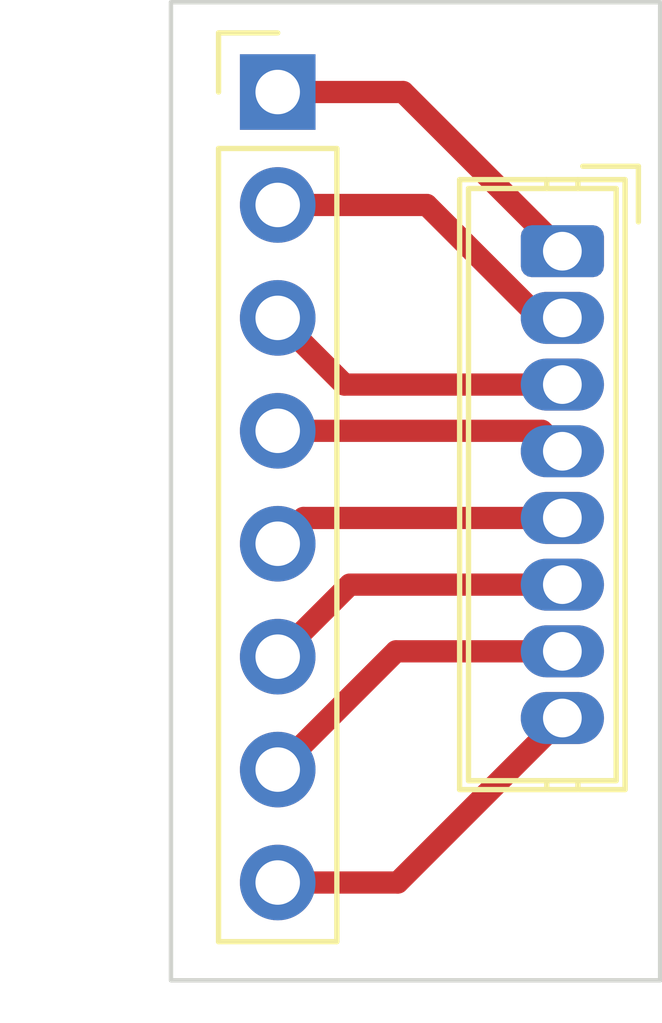
<source format=kicad_pcb>
(kicad_pcb (version 20221018) (generator pcbnew)
  (layers (0 "F.Cu" signal) (31 "B.Cu" signal) (34 "B.Paste" user) (35 "F.Paste" user) (36 "B.SilkS" user "B.Silkscreen") (37 "F.SilkS" user "F.Silkscreen") (38 "B.Mask" user) (39 "F.Mask" user) (44 "Edge.Cuts" user))
  (net 0 "")
  (net 1 "Net-(J1-Pin_1)")
  (net 2 "Net-(J1-Pin_2)")
  (net 3 "Net-(J1-Pin_3)")
  (net 4 "Net-(J1-Pin_4)")
  (net 5 "Net-(J1-Pin_5)")
  (net 6 "Net-(J1-Pin_6)")
  (net 7 "Net-(J1-Pin_7)")
  (net 8 "Net-(J1-Pin_8)")
  (footprint "Connector_Wuerth:Wuerth_WR-WTB_64800811622_1x08_P1.50mm_Vertical" (layer "F.Cu") (at 151.8 90.6 -90)
    (fp_text reference "J1" hide)
    (fp_text value "Conn_01x08_Socket")
    (fp_line (start -1.91 -1.71) (end -1.91 -0.46) (stroke (width 0.12)) (layer "F.SilkS"))
    (fp_line (start -1.61 -1.41) (end -1.61 2.31) (stroke (width 0.12)) (layer "F.SilkS"))
    (fp_line (start -1.61 -0.35) (end -1.41 -0.35) (stroke (width 0.12)) (layer "F.SilkS"))
    (fp_line (start -1.61 2.31) (end 12.11 2.31) (stroke (width 0.12)) (layer "F.SilkS"))
    (fp_line (start -1.41 -1.21) (end 11.91 -1.21) (stroke (width 0.12)) (layer "F.SilkS"))
    (fp_line (start -1.41 -0.35) (end -1.41 -1.21) (stroke (width 0.12)) (layer "F.SilkS"))
    (fp_line (start -1.41 -0.35) (end -1.41 0.35) (stroke (width 0.12)) (layer "F.SilkS"))
    (fp_line (start -1.41 0.35) (end -1.61 0.35) (stroke (width 0.12)) (layer "F.SilkS"))
    (fp_line (start -1.41 0.35) (end -1.41 2.11) (stroke (width 0.12)) (layer "F.SilkS"))
    (fp_line (start -1.41 2.11) (end 11.91 2.11) (stroke (width 0.12)) (layer "F.SilkS"))
    (fp_line (start -0.66 -1.71) (end -1.91 -1.71) (stroke (width 0.12)) (layer "F.SilkS"))
    (fp_line (start 11.91 -1.21) (end 11.91 -0.35) (stroke (width 0.12)) (layer "F.SilkS"))
    (fp_line (start 11.91 -0.35) (end 11.91 0.35) (stroke (width 0.12)) (layer "F.SilkS"))
    (fp_line (start 11.91 -0.35) (end 12.11 -0.35) (stroke (width 0.12)) (layer "F.SilkS"))
    (fp_line (start 11.91 0.35) (end 12.11 0.35) (stroke (width 0.12)) (layer "F.SilkS"))
    (fp_line (start 11.91 2.11) (end 11.91 0.35) (stroke (width 0.12)) (layer "F.SilkS"))
    (fp_line (start 12.11 -1.41) (end -1.61 -1.41) (stroke (width 0.12)) (layer "F.SilkS"))
    (fp_line (start 12.11 2.31) (end 12.11 -1.41) (stroke (width 0.12)) (layer "F.SilkS"))
    (pad "1" thru_hole roundrect (at 0 0 270) (size 1.17 1.87) (drill 0.87) (layers "*.Cu" "*.Mask") (roundrect_rratio 0.213675) (net 1 "Net-(J1-Pin_1)"))
    (pad "2" thru_hole oval (at 1.5 0 270) (size 1.17 1.87) (drill 0.87) (layers "*.Cu" "*.Mask") (net 2 "Net-(J1-Pin_2)"))
    (pad "3" thru_hole oval (at 3 0 270) (size 1.17 1.87) (drill 0.87) (layers "*.Cu" "*.Mask") (net 3 "Net-(J1-Pin_3)"))
    (pad "4" thru_hole oval (at 4.5 0 270) (size 1.17 1.87) (drill 0.87) (layers "*.Cu" "*.Mask") (net 4 "Net-(J1-Pin_4)"))
    (pad "5" thru_hole oval (at 6 0 270) (size 1.17 1.87) (drill 0.87) (layers "*.Cu" "*.Mask") (net 5 "Net-(J1-Pin_5)"))
    (pad "6" thru_hole oval (at 7.5 0 270) (size 1.17 1.87) (drill 0.87) (layers "*.Cu" "*.Mask") (net 6 "Net-(J1-Pin_6)"))
    (pad "7" thru_hole oval (at 9 0 270) (size 1.17 1.87) (drill 0.87) (layers "*.Cu" "*.Mask") (net 7 "Net-(J1-Pin_7)"))
    (pad "8" thru_hole oval (at 10.5 0 270) (size 1.17 1.87) (drill 0.87) (layers "*.Cu" "*.Mask") (net 8 "Net-(J1-Pin_8)"))
  )
  (footprint "Connector_PinHeader_2.54mm:PinHeader_1x08_P2.54mm_Vertical" (layer "F.Cu") (at 145.4 87.02)
    (fp_text reference "J2" hide)
    (fp_text value "Conn_01x08_Pin")
    (fp_line (start -1.33 -1.33) (end 0 -1.33) (stroke (width 0.12)) (layer "F.SilkS"))
    (fp_line (start -1.33 0) (end -1.33 -1.33) (stroke (width 0.12)) (layer "F.SilkS"))
    (fp_line (start -1.33 1.27) (end -1.33 19.11) (stroke (width 0.12)) (layer "F.SilkS"))
    (fp_line (start -1.33 1.27) (end 1.33 1.27) (stroke (width 0.12)) (layer "F.SilkS"))
    (fp_line (start -1.33 19.11) (end 1.33 19.11) (stroke (width 0.12)) (layer "F.SilkS"))
    (fp_line (start 1.33 1.27) (end 1.33 19.11) (stroke (width 0.12)) (layer "F.SilkS"))
    (pad "1" thru_hole rect (at 0 0) (size 1.7 1.7) (drill 1) (layers "*.Cu" "*.Mask") (net 1 "Net-(J1-Pin_1)"))
    (pad "2" thru_hole oval (at 0 2.54) (size 1.7 1.7) (drill 1) (layers "*.Cu" "*.Mask") (net 2 "Net-(J1-Pin_2)"))
    (pad "3" thru_hole oval (at 0 5.08) (size 1.7 1.7) (drill 1) (layers "*.Cu" "*.Mask") (net 3 "Net-(J1-Pin_3)"))
    (pad "4" thru_hole oval (at 0 7.62) (size 1.7 1.7) (drill 1) (layers "*.Cu" "*.Mask") (net 4 "Net-(J1-Pin_4)"))
    (pad "5" thru_hole oval (at 0 10.16) (size 1.7 1.7) (drill 1) (layers "*.Cu" "*.Mask") (net 5 "Net-(J1-Pin_5)"))
    (pad "6" thru_hole oval (at 0 12.7) (size 1.7 1.7) (drill 1) (layers "*.Cu" "*.Mask") (net 6 "Net-(J1-Pin_6)"))
    (pad "7" thru_hole oval (at 0 15.24) (size 1.7 1.7) (drill 1) (layers "*.Cu" "*.Mask") (net 7 "Net-(J1-Pin_7)"))
    (pad "8" thru_hole oval (at 0 17.78) (size 1.7 1.7) (drill 1) (layers "*.Cu" "*.Mask") (net 8 "Net-(J1-Pin_8)"))
  )
  (gr_rect (start 143 85) (end 154 107) (stroke (width 0.1)) (fill none) (layer "Edge.Cuts"))
  (segment (start 148.22 87.02) (end 151.8 90.6) (width 0.5) (layer "F.Cu") (net 1))
  (segment (start 145.4 87.02) (end 148.22 87.02) (width 0.5) (layer "F.Cu") (net 1))
  (segment (start 151.8 92.1) (end 151.290051 92.1) (width 0.5) (layer "F.Cu") (net 2))
  (segment (start 148.750051 89.56) (end 145.4 89.56) (width 0.5) (layer "F.Cu") (net 2))
  (segment (start 151.290051 92.1) (end 148.750051 89.56) (width 0.5) (layer "F.Cu") (net 2))
  (segment (start 146.9 93.6) (end 145.4 92.1) (width 0.5) (layer "F.Cu") (net 3))
  (segment (start 151.8 93.6) (end 146.9 93.6) (width 0.5) (layer "F.Cu") (net 3))
  (segment (start 145.4 94.64) (end 151.34 94.64) (width 0.5) (layer "F.Cu") (net 4))
  (segment (start 151.34 94.64) (end 151.8 95.1) (width 0.5) (layer "F.Cu") (net 4))
  (segment (start 145.98 96.6) (end 145.4 97.18) (width 0.5) (layer "F.Cu") (net 5))
  (segment (start 151.8 96.6) (end 145.98 96.6) (width 0.5) (layer "F.Cu") (net 5))
  (segment (start 145.4 99.72) (end 147.02 98.1) (width 0.5) (layer "F.Cu") (net 6))
  (segment (start 147.02 98.1) (end 151.8 98.1) (width 0.5) (layer "F.Cu") (net 6))
  (segment (start 148.06 99.6) (end 151.8 99.6) (width 0.5) (layer "F.Cu") (net 7))
  (segment (start 145.4 102.26) (end 148.06 99.6) (width 0.5) (layer "F.Cu") (net 7))
  (segment (start 145.4 104.8) (end 148.1 104.8) (width 0.5) (layer "F.Cu") (net 8))
  (segment (start 148.1 104.8) (end 151.8 101.1) (width 0.5) (layer "F.Cu") (net 8))
)
</source>
